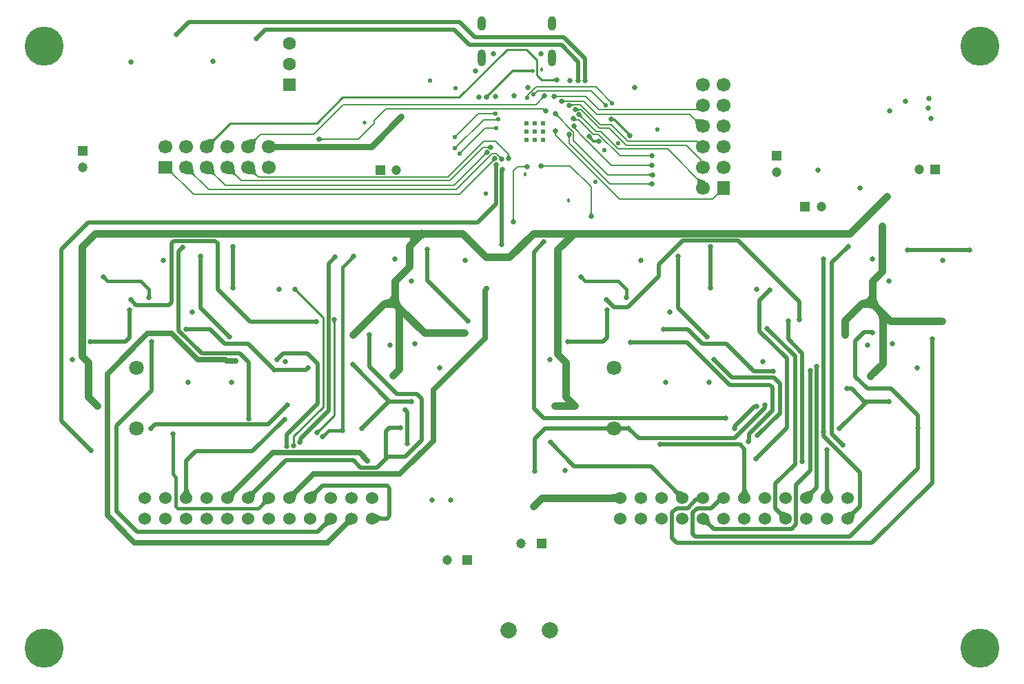
<source format=gbl>
G04*
G04 #@! TF.GenerationSoftware,Altium Limited,Altium Designer,24.8.2 (39)*
G04*
G04 Layer_Physical_Order=4*
G04 Layer_Color=16711680*
%FSLAX25Y25*%
%MOIN*%
G70*
G04*
G04 #@! TF.SameCoordinates,EEE2A11A-5DF4-4F78-A986-74189AFA003E*
G04*
G04*
G04 #@! TF.FilePolarity,Positive*
G04*
G01*
G75*
%ADD12C,0.01000*%
%ADD16C,0.02500*%
%ADD18C,0.00800*%
%ADD110C,0.03500*%
%ADD111C,0.02000*%
%ADD113C,0.03000*%
%ADD114C,0.01200*%
%ADD115C,0.00700*%
%ADD117C,0.01500*%
%ADD121R,0.04724X0.04724*%
%ADD122C,0.04724*%
%ADD123R,0.04724X0.04724*%
%ADD124C,0.18898*%
%ADD125C,0.07087*%
%ADD126O,0.03937X0.08268*%
%ADD127C,0.02559*%
%ADD128O,0.03937X0.07087*%
%ADD129R,0.06299X0.06299*%
%ADD130C,0.06299*%
%ADD131C,0.07874*%
%ADD132C,0.06000*%
%ADD133R,0.06693X0.06299*%
%ADD134C,0.06693*%
%ADD135R,0.06299X0.06693*%
%ADD136C,0.02500*%
%ADD137C,0.02100*%
%ADD138C,0.02400*%
%ADD139C,0.02000*%
%ADD140C,0.01800*%
G36*
X89583Y97148D02*
X89594Y96870D01*
X89627Y96598D01*
X89682Y96333D01*
X89759Y96075D01*
X89858Y95823D01*
X89979Y95577D01*
X90122Y95339D01*
X90287Y95107D01*
X90474Y94881D01*
X90683Y94662D01*
X86483D01*
X86692Y94881D01*
X86879Y95107D01*
X87044Y95339D01*
X87187Y95577D01*
X87308Y95823D01*
X87407Y96075D01*
X87484Y96333D01*
X87539Y96598D01*
X87572Y96870D01*
X87583Y97148D01*
X89583D01*
D02*
G37*
G36*
X112668Y94837D02*
X112459Y94617D01*
X112273Y94394D01*
X112109Y94170D01*
X111968Y93944D01*
X111848Y93717D01*
X111750Y93487D01*
X111675Y93255D01*
X111622Y93022D01*
X111591Y92787D01*
X111583Y92550D01*
X108613Y95520D01*
X108850Y95528D01*
X109085Y95559D01*
X109318Y95612D01*
X109550Y95688D01*
X109780Y95785D01*
X110007Y95904D01*
X110233Y96046D01*
X110457Y96210D01*
X110680Y96396D01*
X110900Y96605D01*
X112668Y94837D01*
D02*
G37*
G36*
X122563Y95085D02*
X122374Y94881D01*
X122205Y94665D01*
X122056Y94439D01*
X121928Y94202D01*
X121820Y93954D01*
X121732Y93695D01*
X121664Y93425D01*
X121617Y93144D01*
X121590Y92852D01*
X121582Y92550D01*
X118613Y95520D01*
X118915Y95527D01*
X119207Y95554D01*
X119488Y95601D01*
X119758Y95669D01*
X120017Y95757D01*
X120265Y95865D01*
X120502Y95993D01*
X120728Y96142D01*
X120944Y96311D01*
X121148Y96500D01*
X122563Y95085D01*
D02*
G37*
G36*
X124726Y89723D02*
X124892Y89909D01*
X125040Y90114D01*
X125171Y90340D01*
X125283Y90586D01*
X125378Y90853D01*
X125455Y91140D01*
X125514Y91447D01*
X125555Y91774D01*
X125578Y92122D01*
X125583Y92490D01*
X128553Y89520D01*
X128185Y89515D01*
X127510Y89451D01*
X127203Y89392D01*
X126916Y89315D01*
X126649Y89220D01*
X126403Y89108D01*
X126177Y88977D01*
X125972Y88829D01*
X125786Y88663D01*
X124726Y89723D01*
D02*
G37*
G36*
X142668Y94837D02*
X142459Y94617D01*
X142273Y94394D01*
X142109Y94170D01*
X141967Y93944D01*
X141848Y93717D01*
X141751Y93487D01*
X141675Y93255D01*
X141622Y93022D01*
X141591Y92787D01*
X141583Y92550D01*
X138613Y95520D01*
X138850Y95528D01*
X139085Y95559D01*
X139318Y95612D01*
X139550Y95688D01*
X139780Y95785D01*
X140007Y95904D01*
X140233Y96046D01*
X140457Y96210D01*
X140680Y96396D01*
X140900Y96605D01*
X142668Y94837D01*
D02*
G37*
G36*
X81333Y121770D02*
X81331Y121911D01*
X81301Y122351D01*
X81288Y122431D01*
X81271Y122498D01*
X81253Y122554D01*
X81231Y122596D01*
X81208Y122627D01*
X82958D01*
X82934Y122596D01*
X82913Y122554D01*
X82894Y122498D01*
X82878Y122431D01*
X82864Y122351D01*
X82844Y122155D01*
X82834Y121911D01*
X82833Y121770D01*
X81333D01*
D02*
G37*
G36*
X71333Y191270D02*
X71334Y191129D01*
X71364Y190688D01*
X71378Y190608D01*
X71394Y190541D01*
X71413Y190486D01*
X71434Y190443D01*
X71458Y190412D01*
X69708D01*
X69731Y190443D01*
X69753Y190486D01*
X69771Y190541D01*
X69788Y190608D01*
X69801Y190688D01*
X69821Y190884D01*
X69831Y191129D01*
X69833Y191270D01*
X71333D01*
D02*
G37*
G36*
X49290Y197752D02*
X49189Y197851D01*
X48856Y198141D01*
X48790Y198188D01*
X48731Y198224D01*
X48679Y198250D01*
X48634Y198265D01*
X48595Y198270D01*
X49833Y199507D01*
X49837Y199469D01*
X49853Y199423D01*
X49878Y199371D01*
X49915Y199312D01*
X49961Y199246D01*
X50086Y199093D01*
X50252Y198913D01*
X50350Y198813D01*
X49290Y197752D01*
D02*
G37*
G36*
X141083Y119515D02*
X141086Y119391D01*
X141098Y119272D01*
X141116Y119158D01*
X141143Y119050D01*
X141176Y118947D01*
X141218Y118849D01*
X141266Y118757D01*
X141323Y118670D01*
X141386Y118589D01*
X141458Y118512D01*
X139708D01*
X139779Y118589D01*
X139843Y118670D01*
X139899Y118757D01*
X139948Y118849D01*
X139989Y118947D01*
X140023Y119050D01*
X140049Y119158D01*
X140068Y119272D01*
X140079Y119391D01*
X140083Y119515D01*
X141083D01*
D02*
G37*
G36*
X142070Y191726D02*
X141979Y191811D01*
X141887Y191887D01*
X141793Y191954D01*
X141698Y192012D01*
X141601Y192061D01*
X141503Y192101D01*
X141403Y192132D01*
X141302Y192154D01*
X141199Y192166D01*
X141095Y192170D01*
X142333Y193407D01*
X142336Y193303D01*
X142349Y193200D01*
X142370Y193099D01*
X142401Y192999D01*
X142441Y192901D01*
X142490Y192804D01*
X142548Y192709D01*
X142615Y192616D01*
X142691Y192523D01*
X142777Y192433D01*
X142070Y191726D01*
D02*
G37*
G36*
X154670Y79821D02*
X154860Y80028D01*
X155028Y80244D01*
X155175Y80471D01*
X155299Y80708D01*
X155402Y80955D01*
X155483Y81213D01*
X155542Y81481D01*
X155579Y81760D01*
X155594Y82049D01*
X155588Y82348D01*
X158694Y79522D01*
X158389Y79501D01*
X158096Y79461D01*
X157813Y79404D01*
X157543Y79327D01*
X157283Y79232D01*
X157035Y79118D01*
X156798Y78986D01*
X156572Y78835D01*
X156358Y78666D01*
X156155Y78478D01*
X154670Y79821D01*
D02*
G37*
G36*
X164498Y80202D02*
X164706Y80423D01*
X164892Y80645D01*
X165056Y80869D01*
X165198Y81095D01*
X165317Y81323D01*
X165415Y81552D01*
X165490Y81784D01*
X165543Y82017D01*
X165574Y82253D01*
X165583Y82490D01*
X168553Y79520D01*
X168316Y79511D01*
X168080Y79480D01*
X167847Y79427D01*
X167615Y79352D01*
X167386Y79255D01*
X167158Y79135D01*
X166932Y78993D01*
X166708Y78829D01*
X166486Y78643D01*
X166265Y78435D01*
X164498Y80202D01*
D02*
G37*
G36*
X183211Y81520D02*
X182933Y81509D01*
X182661Y81476D01*
X182396Y81421D01*
X182138Y81344D01*
X181886Y81245D01*
X181640Y81124D01*
X181402Y80981D01*
X181170Y80816D01*
X180944Y80629D01*
X180725Y80420D01*
Y84620D01*
X180944Y84411D01*
X181170Y84224D01*
X181402Y84059D01*
X181640Y83916D01*
X181886Y83795D01*
X182138Y83696D01*
X182396Y83619D01*
X182661Y83564D01*
X182933Y83531D01*
X183211Y83520D01*
Y81520D01*
D02*
G37*
G36*
X152563Y95085D02*
X152374Y94881D01*
X152205Y94665D01*
X152056Y94439D01*
X151928Y94202D01*
X151820Y93954D01*
X151732Y93695D01*
X151664Y93425D01*
X151617Y93144D01*
X151590Y92852D01*
X151583Y92550D01*
X148613Y95520D01*
X148915Y95527D01*
X149207Y95554D01*
X149488Y95601D01*
X149758Y95669D01*
X150017Y95757D01*
X150265Y95865D01*
X150502Y95993D01*
X150728Y96142D01*
X150944Y96311D01*
X151148Y96500D01*
X152563Y95085D01*
D02*
G37*
G36*
X156351Y122727D02*
X156252Y122626D01*
X155961Y122293D01*
X155915Y122227D01*
X155878Y122168D01*
X155853Y122116D01*
X155838Y122071D01*
X155833Y122032D01*
X154595Y123270D01*
X154634Y123275D01*
X154679Y123290D01*
X154731Y123316D01*
X154790Y123352D01*
X154856Y123398D01*
X155009Y123523D01*
X155189Y123689D01*
X155290Y123787D01*
X156351Y122727D01*
D02*
G37*
G36*
X153359Y124924D02*
X153274Y124834D01*
X153198Y124741D01*
X153131Y124648D01*
X153073Y124553D01*
X153024Y124456D01*
X152984Y124358D01*
X152953Y124258D01*
X152932Y124157D01*
X152919Y124054D01*
X152916Y123950D01*
X151678Y125187D01*
X151782Y125191D01*
X151885Y125203D01*
X151986Y125225D01*
X152086Y125256D01*
X152184Y125296D01*
X152281Y125345D01*
X152376Y125403D01*
X152470Y125470D01*
X152562Y125546D01*
X152652Y125631D01*
X153359Y124924D01*
D02*
G37*
G36*
X162333Y125770D02*
X162473Y125771D01*
X162914Y125801D01*
X162994Y125815D01*
X163061Y125831D01*
X163117Y125850D01*
X163159Y125871D01*
X163190Y125895D01*
Y124145D01*
X163159Y124168D01*
X163117Y124190D01*
X163061Y124208D01*
X162994Y124225D01*
X162914Y124238D01*
X162718Y124258D01*
X162473Y124268D01*
X162333Y124270D01*
Y125770D01*
D02*
G37*
G36*
X164833Y126770D02*
X164834Y126629D01*
X164864Y126188D01*
X164878Y126108D01*
X164894Y126041D01*
X164913Y125986D01*
X164934Y125943D01*
X164958Y125912D01*
X163208D01*
X163231Y125943D01*
X163253Y125986D01*
X163271Y126041D01*
X163288Y126108D01*
X163301Y126188D01*
X163321Y126384D01*
X163331Y126629D01*
X163333Y126770D01*
X164833D01*
D02*
G37*
G36*
X159633Y176863D02*
X159629Y176988D01*
X159618Y177106D01*
X159599Y177220D01*
X159573Y177329D01*
X159539Y177431D01*
X159498Y177529D01*
X159449Y177621D01*
X159393Y177708D01*
X159329Y177790D01*
X159258Y177866D01*
X161008Y177866D01*
X160936Y177790D01*
X160873Y177708D01*
X160816Y177621D01*
X160768Y177529D01*
X160726Y177431D01*
X160693Y177329D01*
X160666Y177220D01*
X160648Y177106D01*
X160636Y176988D01*
X160633Y176863D01*
X159633Y176863D01*
D02*
G37*
G36*
X187833Y191770D02*
X187798Y191105D01*
X187693Y190510D01*
X187518Y189985D01*
X187273Y189530D01*
X186958Y189145D01*
X186573Y188830D01*
X186118Y188585D01*
X185593Y188410D01*
X184998Y188305D01*
X184333Y188270D01*
X185358Y184770D01*
X186038Y184755D01*
X187277Y184636D01*
X187836Y184532D01*
X188355Y184398D01*
X188833Y184234D01*
X189272Y184041D01*
X189670Y183818D01*
X190028Y183565D01*
X190345Y183282D01*
X192820Y185757D01*
X192537Y186075D01*
X192285Y186433D01*
X192061Y186831D01*
X191868Y187269D01*
X191704Y187748D01*
X191571Y188267D01*
X191467Y188826D01*
X191392Y189425D01*
X191348Y190065D01*
X191333Y190745D01*
X187833Y191770D01*
D02*
G37*
G36*
X235530Y287231D02*
X235438Y287136D01*
X235284Y286950D01*
X235221Y286860D01*
X235168Y286772D01*
X235125Y286686D01*
X235091Y286602D01*
X235068Y286521D01*
X235054Y286440D01*
X235050Y286363D01*
X233812Y287600D01*
X233891Y287604D01*
X233970Y287618D01*
X234052Y287642D01*
X234136Y287675D01*
X234222Y287718D01*
X234310Y287771D01*
X234400Y287834D01*
X234492Y287906D01*
X234682Y288080D01*
X235530Y287231D01*
D02*
G37*
G36*
X237450Y277900D02*
X237404Y277941D01*
X237353Y277979D01*
X237297Y278012D01*
X237236Y278041D01*
X237170Y278065D01*
X237098Y278084D01*
X237022Y278100D01*
X236940Y278111D01*
X236853Y278117D01*
X236761Y278120D01*
Y278920D01*
X236853Y278922D01*
X237022Y278940D01*
X237098Y278955D01*
X237170Y278975D01*
X237236Y278999D01*
X237297Y279028D01*
X237353Y279061D01*
X237404Y279098D01*
X237450Y279140D01*
Y277900D01*
D02*
G37*
G36*
X219500Y267671D02*
X219437Y267605D01*
X219330Y267473D01*
X219286Y267408D01*
X219250Y267343D01*
X219220Y267279D01*
X219197Y267216D01*
X219181Y267153D01*
X219171Y267091D01*
X219168Y267028D01*
X218291Y267905D01*
X218353Y267908D01*
X218416Y267918D01*
X218479Y267934D01*
X218542Y267957D01*
X218606Y267987D01*
X218671Y268023D01*
X218736Y268067D01*
X218802Y268117D01*
X218868Y268174D01*
X218934Y268237D01*
X219500Y267671D01*
D02*
G37*
G36*
X153819Y266780D02*
X153915Y266699D01*
X154014Y266628D01*
X154115Y266566D01*
X154218Y266514D01*
X154323Y266471D01*
X154431Y266438D01*
X154540Y266414D01*
X154652Y266400D01*
X154766Y266395D01*
Y265595D01*
X154652Y265591D01*
X154540Y265576D01*
X154431Y265553D01*
X154323Y265519D01*
X154218Y265477D01*
X154115Y265424D01*
X154014Y265363D01*
X153915Y265291D01*
X153819Y265211D01*
X153725Y265120D01*
Y266870D01*
X153819Y266780D01*
D02*
G37*
G36*
X122635Y266006D02*
X122496Y265840D01*
X122372Y265633D01*
X122263Y265387D01*
X122170Y265102D01*
X122092Y264776D01*
X122029Y264411D01*
X121981Y264006D01*
X121931Y263077D01*
X121929Y262553D01*
X118616Y265866D01*
X119140Y265868D01*
X120474Y265966D01*
X120839Y266029D01*
X121165Y266107D01*
X121450Y266200D01*
X121696Y266309D01*
X121903Y266433D01*
X122069Y266572D01*
X122635Y266006D01*
D02*
G37*
G36*
X102696Y265926D02*
X102545Y265749D01*
X102411Y265537D01*
X102294Y265289D01*
X102193Y265006D01*
X102108Y264686D01*
X102039Y264331D01*
X101987Y263940D01*
X101932Y263051D01*
X101929Y262553D01*
X98616Y265866D01*
X99114Y265869D01*
X100003Y265924D01*
X100394Y265976D01*
X100749Y266045D01*
X101069Y266130D01*
X101352Y266231D01*
X101600Y266349D01*
X101812Y266482D01*
X101989Y266633D01*
X102696Y265926D01*
D02*
G37*
G36*
X219700Y262271D02*
X219637Y262205D01*
X219530Y262073D01*
X219486Y262008D01*
X219450Y261943D01*
X219420Y261879D01*
X219397Y261816D01*
X219381Y261753D01*
X219371Y261690D01*
X219369Y261629D01*
X218492Y262506D01*
X218553Y262508D01*
X218616Y262518D01*
X218679Y262534D01*
X218742Y262557D01*
X218806Y262587D01*
X218871Y262623D01*
X218936Y262667D01*
X219002Y262717D01*
X219068Y262774D01*
X219134Y262837D01*
X219700Y262271D01*
D02*
G37*
G36*
X234984Y261211D02*
X234885Y261298D01*
X234785Y261376D01*
X234682Y261445D01*
X234579Y261505D01*
X234473Y261555D01*
X234366Y261596D01*
X234258Y261628D01*
X234148Y261651D01*
X234036Y261665D01*
X233923Y261670D01*
X233886Y262470D01*
X234001Y262475D01*
X234113Y262489D01*
X234222Y262514D01*
X234329Y262548D01*
X234432Y262592D01*
X234533Y262646D01*
X234631Y262710D01*
X234726Y262783D01*
X234818Y262866D01*
X234907Y262960D01*
X234984Y261211D01*
D02*
G37*
G36*
X233941Y258540D02*
X233810Y258537D01*
X233685Y258526D01*
X233565Y258507D01*
X233450Y258479D01*
X233340Y258443D01*
X233235Y258399D01*
X233136Y258347D01*
X233041Y258286D01*
X232952Y258217D01*
X232868Y258139D01*
X232302Y258705D01*
X232380Y258789D01*
X232449Y258878D01*
X232510Y258973D01*
X232562Y259072D01*
X232606Y259177D01*
X232642Y259287D01*
X232670Y259402D01*
X232689Y259522D01*
X232700Y259647D01*
X232703Y259778D01*
X233941Y258540D01*
D02*
G37*
G36*
X244787Y258440D02*
X244802Y258328D01*
X244825Y258218D01*
X244859Y258111D01*
X244901Y258006D01*
X244954Y257903D01*
X245015Y257802D01*
X245087Y257703D01*
X245167Y257607D01*
X245258Y257512D01*
X243508D01*
X243598Y257607D01*
X243679Y257703D01*
X243750Y257802D01*
X243812Y257903D01*
X243864Y258006D01*
X243907Y258111D01*
X243940Y258218D01*
X243964Y258328D01*
X243978Y258440D01*
X243983Y258554D01*
X244783D01*
X244787Y258440D01*
D02*
G37*
G36*
X240182Y257893D02*
X240271Y257824D01*
X240365Y257763D01*
X240465Y257711D01*
X240569Y257666D01*
X240679Y257630D01*
X240794Y257603D01*
X240914Y257583D01*
X241040Y257572D01*
X241170Y257570D01*
X239933Y256332D01*
X239930Y256463D01*
X239919Y256588D01*
X239899Y256708D01*
X239872Y256823D01*
X239836Y256933D01*
X239792Y257037D01*
X239739Y257137D01*
X239679Y257231D01*
X239609Y257321D01*
X239532Y257405D01*
X240098Y257970D01*
X240182Y257893D01*
D02*
G37*
G36*
X237851Y255322D02*
X237719Y255311D01*
X237593Y255292D01*
X237472Y255267D01*
X237356Y255234D01*
X237246Y255193D01*
X237141Y255146D01*
X237042Y255091D01*
X236948Y255029D01*
X236860Y254960D01*
X236777Y254883D01*
X236172Y255410D01*
X236250Y255495D01*
X236319Y255585D01*
X236379Y255679D01*
X236429Y255779D01*
X236470Y255883D01*
X236502Y255992D01*
X236524Y256106D01*
X236537Y256224D01*
X236541Y256348D01*
X236536Y256476D01*
X237851Y255322D01*
D02*
G37*
G36*
X252707Y251825D02*
X252613Y251915D01*
X252517Y251996D01*
X252418Y252067D01*
X252317Y252129D01*
X252214Y252181D01*
X252109Y252224D01*
X252001Y252257D01*
X251892Y252281D01*
X251780Y252295D01*
X251666Y252300D01*
Y253100D01*
X251780Y253105D01*
X251892Y253119D01*
X252001Y253143D01*
X252109Y253176D01*
X252214Y253219D01*
X252317Y253271D01*
X252418Y253333D01*
X252517Y253404D01*
X252613Y253485D01*
X252707Y253575D01*
Y251825D01*
D02*
G37*
G36*
X81872Y250451D02*
X81849Y250378D01*
Y250293D01*
X81872Y250197D01*
X81917Y250089D01*
X81985Y249970D01*
X82076Y249840D01*
X82189Y249699D01*
X82483Y249382D01*
X81917Y248816D01*
X81753Y248975D01*
X81459Y249224D01*
X81329Y249314D01*
X81210Y249382D01*
X81103Y249427D01*
X81006Y249450D01*
X80922D01*
X80848Y249427D01*
X80786Y249382D01*
X81917Y250514D01*
X81872Y250451D01*
D02*
G37*
G36*
X121931Y251962D02*
X122029Y250628D01*
X122092Y250263D01*
X122170Y249938D01*
X122263Y249652D01*
X122372Y249406D01*
X122496Y249200D01*
X122635Y249033D01*
X122069Y248468D01*
X121903Y248607D01*
X121696Y248730D01*
X121450Y248839D01*
X121165Y248932D01*
X120839Y249011D01*
X120474Y249074D01*
X120069Y249121D01*
X119140Y249171D01*
X118616Y249173D01*
X121929Y252486D01*
X121931Y251962D01*
D02*
G37*
G36*
X111931D02*
X112029Y250628D01*
X112092Y250263D01*
X112170Y249938D01*
X112263Y249652D01*
X112372Y249406D01*
X112496Y249200D01*
X112635Y249033D01*
X112069Y248468D01*
X111902Y248607D01*
X111696Y248730D01*
X111450Y248839D01*
X111165Y248932D01*
X110839Y249011D01*
X110474Y249074D01*
X110069Y249121D01*
X109140Y249171D01*
X108616Y249173D01*
X111929Y252486D01*
X111931Y251962D01*
D02*
G37*
G36*
X101931D02*
X102029Y250628D01*
X102092Y250263D01*
X102170Y249938D01*
X102263Y249652D01*
X102372Y249406D01*
X102496Y249200D01*
X102635Y249033D01*
X102069Y248468D01*
X101902Y248607D01*
X101696Y248730D01*
X101450Y248839D01*
X101165Y248932D01*
X100839Y249011D01*
X100474Y249074D01*
X100069Y249121D01*
X99140Y249171D01*
X98616Y249173D01*
X101929Y252486D01*
X101931Y251962D01*
D02*
G37*
G36*
X91931D02*
X92029Y250628D01*
X92092Y250263D01*
X92170Y249938D01*
X92263Y249652D01*
X92372Y249406D01*
X92496Y249200D01*
X92635Y249033D01*
X92069Y248468D01*
X91903Y248607D01*
X91696Y248730D01*
X91450Y248839D01*
X91165Y248932D01*
X90839Y249011D01*
X90474Y249074D01*
X90069Y249121D01*
X89140Y249171D01*
X88616Y249173D01*
X91929Y252486D01*
X91931Y251962D01*
D02*
G37*
G36*
X247105Y227720D02*
X247119Y227608D01*
X247143Y227499D01*
X247176Y227391D01*
X247219Y227286D01*
X247271Y227183D01*
X247333Y227082D01*
X247404Y226983D01*
X247485Y226887D01*
X247575Y226793D01*
X245825D01*
X245915Y226887D01*
X245996Y226983D01*
X246067Y227082D01*
X246129Y227183D01*
X246181Y227286D01*
X246224Y227391D01*
X246257Y227499D01*
X246281Y227608D01*
X246295Y227720D01*
X246300Y227834D01*
X247100D01*
X247105Y227720D01*
D02*
G37*
G36*
X206807Y218770D02*
X206118Y218745D01*
X205449Y218671D01*
X204800Y218547D01*
X204172Y218374D01*
X203564Y218151D01*
X202977Y217879D01*
X202410Y217557D01*
X201864Y217186D01*
X201338Y216765D01*
X200833Y216295D01*
X195883D01*
X196318Y216765D01*
X196634Y217186D01*
X196830Y217557D01*
X196907Y217879D01*
X196864Y218151D01*
X196702Y218374D01*
X196420Y218547D01*
X196019Y218671D01*
X195498Y218745D01*
X194858Y218770D01*
X202583Y222270D01*
X206807Y218770D01*
D02*
G37*
G36*
X169570Y208270D02*
X169532Y208265D01*
X169486Y208250D01*
X169434Y208224D01*
X169375Y208188D01*
X169309Y208141D01*
X169156Y208017D01*
X168976Y207851D01*
X168876Y207752D01*
X167815Y208813D01*
X167914Y208913D01*
X168204Y209246D01*
X168251Y209312D01*
X168287Y209371D01*
X168313Y209423D01*
X168328Y209469D01*
X168333Y209507D01*
X169570Y208270D01*
D02*
G37*
G36*
X255286Y298300D02*
X255261Y298319D01*
X255227Y298336D01*
X255183Y298351D01*
X255129Y298364D01*
X255065Y298375D01*
X254909Y298391D01*
X254713Y298399D01*
X254600Y298400D01*
Y299600D01*
X254713Y299601D01*
X255065Y299625D01*
X255129Y299636D01*
X255183Y299649D01*
X255227Y299664D01*
X255261Y299681D01*
X255286Y299700D01*
Y298300D01*
D02*
G37*
G36*
X266990Y293823D02*
X266914Y293894D01*
X266832Y293957D01*
X266745Y294014D01*
X266653Y294062D01*
X266556Y294104D01*
X266453Y294138D01*
X266344Y294164D01*
X266231Y294182D01*
X266111Y294194D01*
X265987Y294198D01*
Y295198D01*
X266111Y295201D01*
X266231Y295213D01*
X266344Y295231D01*
X266453Y295257D01*
X266556Y295291D01*
X266653Y295333D01*
X266745Y295381D01*
X266832Y295438D01*
X266914Y295501D01*
X266990Y295572D01*
Y293823D01*
D02*
G37*
G36*
X257800Y288242D02*
X257740Y288178D01*
X257686Y288113D01*
X257639Y288047D01*
X257598Y287979D01*
X257563Y287910D01*
X257535Y287840D01*
X257514Y287769D01*
X257498Y287696D01*
X257489Y287622D01*
X257487Y287547D01*
X256610Y288424D01*
X256685Y288426D01*
X256759Y288435D01*
X256832Y288451D01*
X256903Y288472D01*
X256973Y288500D01*
X257042Y288535D01*
X257109Y288576D01*
X257176Y288623D01*
X257241Y288677D01*
X257305Y288737D01*
X257800Y288242D01*
D02*
G37*
G36*
X267270Y287504D02*
X267366Y287424D01*
X267465Y287352D01*
X267565Y287291D01*
X267669Y287238D01*
X267774Y287196D01*
X267881Y287162D01*
X267991Y287139D01*
X268103Y287124D01*
X268217Y287120D01*
Y286320D01*
X268103Y286315D01*
X267991Y286301D01*
X267881Y286277D01*
X267774Y286244D01*
X267669Y286201D01*
X267565Y286149D01*
X267465Y286087D01*
X267366Y286016D01*
X267270Y285935D01*
X267175Y285845D01*
Y287595D01*
X267270Y287504D01*
D02*
G37*
G36*
X261770Y285670D02*
X261640Y285667D01*
X261514Y285656D01*
X261394Y285636D01*
X261279Y285609D01*
X261170Y285573D01*
X261065Y285529D01*
X260965Y285476D01*
X260871Y285416D01*
X260782Y285346D01*
X260698Y285269D01*
X260132Y285835D01*
X260209Y285919D01*
X260279Y286008D01*
X260339Y286102D01*
X260392Y286202D01*
X260436Y286307D01*
X260472Y286416D01*
X260500Y286531D01*
X260519Y286651D01*
X260530Y286777D01*
X260533Y286907D01*
X261770Y285670D01*
D02*
G37*
G36*
X293943Y284658D02*
X294008Y284605D01*
X294075Y284557D01*
X294142Y284516D01*
X294211Y284482D01*
X294281Y284454D01*
X294352Y284432D01*
X294425Y284417D01*
X294499Y284408D01*
X294574Y284405D01*
X293697Y283528D01*
X293694Y283604D01*
X293686Y283677D01*
X293670Y283750D01*
X293649Y283821D01*
X293621Y283891D01*
X293586Y283960D01*
X293545Y284028D01*
X293498Y284094D01*
X293444Y284159D01*
X293384Y284223D01*
X293879Y284718D01*
X293943Y284658D01*
D02*
G37*
G36*
X270834Y285149D02*
X271055Y285019D01*
X271166Y284966D01*
X271276Y284921D01*
X271387Y284885D01*
X271497Y284856D01*
X271608Y284836D01*
X271719Y284824D01*
X271829Y284820D01*
X271967Y284020D01*
X271850Y284015D01*
X271738Y283999D01*
X271630Y283973D01*
X271527Y283936D01*
X271428Y283890D01*
X271334Y283832D01*
X271245Y283764D01*
X271160Y283686D01*
X271080Y283598D01*
X271004Y283499D01*
X270724Y285226D01*
X270834Y285149D01*
D02*
G37*
G36*
X290943Y283658D02*
X291008Y283605D01*
X291074Y283557D01*
X291142Y283516D01*
X291211Y283482D01*
X291281Y283454D01*
X291352Y283432D01*
X291425Y283417D01*
X291499Y283408D01*
X291574Y283405D01*
X290697Y282528D01*
X290694Y282604D01*
X290686Y282677D01*
X290670Y282750D01*
X290649Y282821D01*
X290621Y282891D01*
X290586Y282960D01*
X290545Y283028D01*
X290498Y283094D01*
X290444Y283159D01*
X290384Y283223D01*
X290879Y283718D01*
X290943Y283658D01*
D02*
G37*
G36*
X274616Y283250D02*
X274850Y283138D01*
X274965Y283092D01*
X275192Y283021D01*
X275303Y282997D01*
X275413Y282979D01*
X275523Y282969D01*
X275630Y282965D01*
X275860Y282165D01*
X275742Y282160D01*
X275630Y282144D01*
X275524Y282117D01*
X275424Y282079D01*
X275330Y282031D01*
X275242Y281972D01*
X275161Y281902D01*
X275085Y281821D01*
X275015Y281730D01*
X274952Y281627D01*
X274497Y283317D01*
X274616Y283250D01*
D02*
G37*
G36*
X336216Y280154D02*
X336150Y280211D01*
X336082Y280253D01*
X336011Y280279D01*
X335938Y280291D01*
X335862Y280287D01*
X335785Y280267D01*
X335705Y280233D01*
X335622Y280183D01*
X335538Y280117D01*
X335450Y280037D01*
X334885Y280603D01*
X334996Y280719D01*
X335093Y280833D01*
X335175Y280944D01*
X335244Y281052D01*
X335298Y281157D01*
X335337Y281259D01*
X335363Y281359D01*
X335374Y281455D01*
X335371Y281549D01*
X335354Y281639D01*
X336216Y280154D01*
D02*
G37*
G36*
X261601Y280850D02*
X261739Y280730D01*
X261777Y280703D01*
X261811Y280683D01*
X261840Y280670D01*
X261866Y280663D01*
X261887Y280663D01*
X261904Y280669D01*
X261361Y279882D01*
X261359Y279898D01*
X261350Y279920D01*
X261332Y279949D01*
X261306Y279985D01*
X261230Y280076D01*
X261056Y280262D01*
X260981Y280337D01*
X261547Y280903D01*
X261601Y280850D01*
D02*
G37*
G36*
X277908Y281040D02*
X277996Y280955D01*
X278087Y280879D01*
X278182Y280814D01*
X278280Y280759D01*
X278382Y280713D01*
X278487Y280678D01*
X278596Y280653D01*
X278708Y280638D01*
X278823Y280633D01*
X278749Y279833D01*
X278637Y279828D01*
X278525Y279815D01*
X278415Y279793D01*
X278306Y279762D01*
X278197Y279723D01*
X278090Y279674D01*
X277984Y279617D01*
X277878Y279551D01*
X277774Y279476D01*
X277670Y279392D01*
X277824Y281136D01*
X277908Y281040D01*
D02*
G37*
G36*
X268235Y278277D02*
X268247Y278151D01*
X268266Y278031D01*
X268293Y277916D01*
X268329Y277806D01*
X268374Y277702D01*
X268426Y277602D01*
X268487Y277508D01*
X268556Y277419D01*
X268633Y277335D01*
X268068Y276769D01*
X267984Y276846D01*
X267894Y276916D01*
X267800Y276976D01*
X267701Y277029D01*
X267596Y277073D01*
X267486Y277109D01*
X267371Y277136D01*
X267251Y277156D01*
X267126Y277167D01*
X266995Y277170D01*
X268233Y278407D01*
X268235Y278277D01*
D02*
G37*
G36*
X279853Y277757D02*
X279864Y277632D01*
X279883Y277512D01*
X279911Y277397D01*
X279947Y277287D01*
X279991Y277182D01*
X280044Y277083D01*
X280104Y276988D01*
X280173Y276899D01*
X280251Y276815D01*
X279685Y276249D01*
X279601Y276327D01*
X279512Y276396D01*
X279417Y276456D01*
X279318Y276509D01*
X279213Y276553D01*
X279103Y276589D01*
X278988Y276617D01*
X278868Y276636D01*
X278743Y276647D01*
X278612Y276650D01*
X279850Y277888D01*
X279853Y277757D01*
D02*
G37*
G36*
X276925Y276135D02*
X276968Y276044D01*
X277020Y275963D01*
X277083Y275893D01*
X277155Y275834D01*
X277237Y275786D01*
X277329Y275748D01*
X277431Y275722D01*
X277542Y275705D01*
X277663Y275700D01*
X277518Y274900D01*
X277335Y274898D01*
X276688Y274858D01*
X276548Y274840D01*
X276181Y274765D01*
X276076Y274733D01*
X276892Y276237D01*
X276925Y276135D01*
D02*
G37*
G36*
X334818Y275979D02*
X335033Y275853D01*
X335280Y275753D01*
X335560Y275679D01*
X335872Y275633D01*
X336215Y275612D01*
X336592Y275619D01*
X337000Y275652D01*
X337441Y275712D01*
X337913Y275799D01*
X335291Y271916D01*
X335182Y272487D01*
X334629Y274619D01*
X334518Y274900D01*
X334405Y275134D01*
X334293Y275319D01*
X334180Y275457D01*
X334635Y276133D01*
X334818Y275979D01*
D02*
G37*
G36*
X267800Y268944D02*
X267739Y268878D01*
X267685Y268805D01*
X267638Y268724D01*
X267598Y268637D01*
X267566Y268542D01*
X267541Y268440D01*
X267522Y268331D01*
X267512Y268215D01*
X267508Y268092D01*
X266708D01*
X266704Y268215D01*
X266693Y268331D01*
X266675Y268440D01*
X266650Y268542D01*
X266618Y268637D01*
X266578Y268724D01*
X266531Y268805D01*
X266477Y268878D01*
X266416Y268944D01*
X266347Y269003D01*
X267869D01*
X267800Y268944D01*
D02*
G37*
G36*
X302560Y269504D02*
X302831Y269276D01*
X302915Y269217D01*
X302996Y269167D01*
X303074Y269125D01*
X303149Y269092D01*
X303221Y269068D01*
X303290Y269052D01*
X301854Y268052D01*
X301863Y268130D01*
X301861Y268210D01*
X301848Y268292D01*
X301823Y268376D01*
X301787Y268462D01*
X301741Y268550D01*
X301682Y268640D01*
X301613Y268733D01*
X301533Y268827D01*
X301441Y268923D01*
X302464Y269597D01*
X302560Y269504D01*
D02*
G37*
G36*
X274467Y267433D02*
X274387Y267336D01*
X274315Y267238D01*
X274254Y267137D01*
X274201Y267034D01*
X274159Y266929D01*
X274125Y266821D01*
X274102Y266711D01*
X274087Y266599D01*
X274083Y266485D01*
X273283D01*
X273278Y266599D01*
X273264Y266711D01*
X273240Y266821D01*
X273207Y266929D01*
X273164Y267034D01*
X273112Y267137D01*
X273050Y267238D01*
X272979Y267336D01*
X272898Y267433D01*
X272808Y267527D01*
X274558D01*
X274467Y267433D01*
D02*
G37*
G36*
X284555Y267217D02*
X284569Y267137D01*
X284593Y267056D01*
X284627Y266972D01*
X284670Y266886D01*
X284723Y266798D01*
X284786Y266708D01*
X284858Y266617D01*
X285032Y266427D01*
X284190Y265573D01*
X284094Y265664D01*
X283908Y265819D01*
X283818Y265881D01*
X283731Y265934D01*
X283645Y265977D01*
X283560Y266010D01*
X283478Y266033D01*
X283398Y266047D01*
X283320Y266050D01*
X284550Y267295D01*
X284555Y267217D01*
D02*
G37*
G36*
X287151Y264220D02*
X287104Y264283D01*
X287047Y264338D01*
X286981Y264388D01*
X286905Y264430D01*
X286819Y264467D01*
X286725Y264496D01*
X286620Y264519D01*
X286507Y264536D01*
X286383Y264545D01*
X286250Y264549D01*
X286532Y265749D01*
X286666Y265751D01*
X287019Y265779D01*
X287120Y265795D01*
X287212Y265816D01*
X287297Y265840D01*
X287372Y265868D01*
X287440Y265900D01*
X287499Y265935D01*
X287151Y264220D01*
D02*
G37*
G36*
X335796Y265312D02*
X335891Y265237D01*
X335985Y265178D01*
X336077Y265135D01*
X336166Y265108D01*
X336254Y265096D01*
X336340Y265100D01*
X336424Y265120D01*
X336507Y265155D01*
X336587Y265206D01*
X335499Y263819D01*
X335530Y263912D01*
X335546Y264007D01*
X335547Y264103D01*
X335533Y264202D01*
X335504Y264303D01*
X335460Y264406D01*
X335401Y264510D01*
X335327Y264617D01*
X335237Y264726D01*
X335133Y264837D01*
X335699Y265403D01*
X335796Y265312D01*
D02*
G37*
G36*
X337879Y255791D02*
X337051Y255495D01*
X337052Y255501D01*
X337052Y255518D01*
X337055Y256047D01*
X337855D01*
X337879Y255791D01*
D02*
G37*
G36*
X312990Y252545D02*
X312896Y252635D01*
X312799Y252716D01*
X312701Y252787D01*
X312600Y252849D01*
X312497Y252901D01*
X312391Y252944D01*
X312284Y252977D01*
X312174Y253001D01*
X312063Y253015D01*
X311948Y253020D01*
Y253820D01*
X312063Y253824D01*
X312174Y253839D01*
X312284Y253862D01*
X312391Y253896D01*
X312497Y253938D01*
X312600Y253991D01*
X312701Y254052D01*
X312799Y254124D01*
X312896Y254204D01*
X312990Y254295D01*
Y252545D01*
D02*
G37*
G36*
X260962Y253810D02*
X261058Y253729D01*
X261157Y253658D01*
X261258Y253596D01*
X261361Y253544D01*
X261466Y253501D01*
X261573Y253468D01*
X261683Y253444D01*
X261795Y253430D01*
X261909Y253425D01*
Y252625D01*
X261795Y252621D01*
X261683Y252606D01*
X261573Y252583D01*
X261466Y252549D01*
X261361Y252506D01*
X261258Y252454D01*
X261157Y252393D01*
X261058Y252321D01*
X260962Y252240D01*
X260867Y252150D01*
Y253900D01*
X260962Y253810D01*
D02*
G37*
G36*
X313190Y247945D02*
X313096Y248035D01*
X312999Y248116D01*
X312901Y248187D01*
X312800Y248249D01*
X312697Y248301D01*
X312592Y248344D01*
X312484Y248377D01*
X312374Y248401D01*
X312263Y248415D01*
X312148Y248420D01*
Y249220D01*
X312263Y249224D01*
X312374Y249239D01*
X312484Y249262D01*
X312592Y249296D01*
X312697Y249338D01*
X312800Y249391D01*
X312901Y249452D01*
X312999Y249524D01*
X313096Y249604D01*
X313190Y249695D01*
Y247945D01*
D02*
G37*
G36*
X336233Y247051D02*
X336385Y246961D01*
X336595Y246856D01*
X337188Y246599D01*
X339679Y245682D01*
X335443Y243679D01*
X335589Y244105D01*
X335700Y244505D01*
X335777Y244879D01*
X335821Y245227D01*
X335830Y245549D01*
X335806Y245844D01*
X335747Y246113D01*
X335655Y246356D01*
X335528Y246573D01*
X335368Y246764D01*
X336138Y247125D01*
X336233Y247051D01*
D02*
G37*
G36*
X312890Y243445D02*
X312796Y243535D01*
X312699Y243616D01*
X312601Y243687D01*
X312500Y243749D01*
X312397Y243801D01*
X312292Y243844D01*
X312184Y243877D01*
X312074Y243901D01*
X311963Y243915D01*
X311848Y243920D01*
Y244720D01*
X311963Y244724D01*
X312074Y244739D01*
X312184Y244762D01*
X312292Y244796D01*
X312397Y244838D01*
X312500Y244891D01*
X312601Y244952D01*
X312699Y245024D01*
X312796Y245104D01*
X312890Y245195D01*
Y243445D01*
D02*
G37*
G36*
X346380Y239197D02*
X346327Y239250D01*
X346261Y239278D01*
X346182Y239282D01*
X346089Y239261D01*
X345983Y239216D01*
X345863Y239145D01*
X345729Y239051D01*
X345583Y238932D01*
X345248Y238619D01*
X344597Y239099D01*
X344801Y239309D01*
X345257Y239848D01*
X345356Y239997D01*
X345429Y240131D01*
X345476Y240249D01*
X345496Y240353D01*
X345490Y240441D01*
X345457Y240513D01*
X346380Y239197D01*
D02*
G37*
G36*
X284805Y230620D02*
X284819Y230508D01*
X284843Y230399D01*
X284876Y230291D01*
X284919Y230186D01*
X284971Y230083D01*
X285033Y229982D01*
X285104Y229883D01*
X285185Y229787D01*
X285275Y229693D01*
X283525D01*
X283615Y229787D01*
X283696Y229883D01*
X283767Y229982D01*
X283829Y230083D01*
X283881Y230186D01*
X283924Y230291D01*
X283957Y230399D01*
X283981Y230508D01*
X283995Y230620D01*
X284000Y230734D01*
X284800D01*
X284805Y230620D01*
D02*
G37*
G36*
X280837Y199469D02*
X280853Y199423D01*
X280878Y199371D01*
X280915Y199312D01*
X280961Y199246D01*
X281086Y199093D01*
X281252Y198913D01*
X281350Y198813D01*
X280290Y197752D01*
X280189Y197851D01*
X279856Y198141D01*
X279790Y198188D01*
X279731Y198224D01*
X279679Y198250D01*
X279634Y198265D01*
X279595Y198270D01*
X280833Y199507D01*
X280837Y199469D01*
D02*
G37*
G36*
X302334Y191129D02*
X302364Y190688D01*
X302378Y190608D01*
X302394Y190541D01*
X302413Y190486D01*
X302434Y190443D01*
X302458Y190412D01*
X300708D01*
X300731Y190443D01*
X300753Y190486D01*
X300771Y190541D01*
X300788Y190608D01*
X300801Y190688D01*
X300821Y190884D01*
X300831Y191129D01*
X300833Y191270D01*
X302333D01*
X302334Y191129D01*
D02*
G37*
G36*
X422333Y190745D02*
X422357Y190055D01*
X422432Y189386D01*
X422555Y188737D01*
X422729Y188109D01*
X422951Y187501D01*
X423224Y186914D01*
X423545Y186347D01*
X423917Y185801D01*
X424337Y185275D01*
X424808Y184770D01*
X423223Y183185D01*
X426720Y182857D01*
X427845Y176782D01*
X427729Y176864D01*
X427625Y176863D01*
X427533Y176780D01*
X427453Y176614D01*
X427386Y176367D01*
X427331Y176037D01*
X427239Y174554D01*
X427233Y173895D01*
X423733Y177395D01*
X423708Y178085D01*
X423634Y178754D01*
X423510Y179402D01*
X423337Y180031D01*
X423114Y180639D01*
X422842Y181226D01*
X422520Y181792D01*
X422149Y182339D01*
X421772Y182809D01*
X421302Y183186D01*
X420755Y183557D01*
X420189Y183879D01*
X419601Y184151D01*
X418994Y184374D01*
X418365Y184547D01*
X417717Y184671D01*
X417048Y184745D01*
X416358Y184770D01*
X415333Y188270D01*
X415998Y188305D01*
X416593Y188410D01*
X417118Y188585D01*
X417573Y188830D01*
X417958Y189145D01*
X418273Y189530D01*
X418518Y189985D01*
X418693Y190510D01*
X418798Y191105D01*
X418833Y191770D01*
X422333Y190745D01*
D02*
G37*
G36*
X399594Y96870D02*
X399627Y96598D01*
X399682Y96333D01*
X399759Y96075D01*
X399858Y95823D01*
X399979Y95577D01*
X400122Y95339D01*
X400287Y95107D01*
X400474Y94881D01*
X400683Y94662D01*
X396483D01*
X396692Y94881D01*
X396879Y95107D01*
X397044Y95339D01*
X397187Y95577D01*
X397308Y95823D01*
X397407Y96075D01*
X397484Y96333D01*
X397539Y96598D01*
X397572Y96870D01*
X397583Y97148D01*
X399583D01*
X399594Y96870D01*
D02*
G37*
G36*
X359594D02*
X359627Y96598D01*
X359682Y96333D01*
X359759Y96075D01*
X359858Y95823D01*
X359979Y95577D01*
X360122Y95339D01*
X360287Y95107D01*
X360474Y94881D01*
X360683Y94662D01*
X356483D01*
X356692Y94881D01*
X356879Y95107D01*
X357044Y95339D01*
X357187Y95577D01*
X357308Y95823D01*
X357407Y96075D01*
X357484Y96333D01*
X357539Y96598D01*
X357572Y96870D01*
X357583Y97148D01*
X359583D01*
X359594Y96870D01*
D02*
G37*
G36*
X392563Y95085D02*
X392374Y94881D01*
X392205Y94665D01*
X392056Y94439D01*
X391928Y94202D01*
X391820Y93954D01*
X391732Y93695D01*
X391664Y93425D01*
X391617Y93144D01*
X391590Y92852D01*
X391582Y92550D01*
X388613Y95520D01*
X388915Y95527D01*
X389207Y95554D01*
X389488Y95601D01*
X389758Y95669D01*
X390017Y95757D01*
X390265Y95865D01*
X390502Y95993D01*
X390728Y96142D01*
X390944Y96311D01*
X391148Y96500D01*
X392563Y95085D01*
D02*
G37*
G36*
X326221Y96311D02*
X326437Y96142D01*
X326663Y95993D01*
X326901Y95865D01*
X327149Y95757D01*
X327408Y95669D01*
X327678Y95601D01*
X327958Y95554D01*
X328250Y95527D01*
X328553Y95520D01*
X325583Y92550D01*
X325576Y92852D01*
X325549Y93144D01*
X325501Y93425D01*
X325433Y93695D01*
X325345Y93954D01*
X325237Y94202D01*
X325109Y94439D01*
X324960Y94665D01*
X324792Y94881D01*
X324603Y95085D01*
X326017Y96500D01*
X326221Y96311D01*
D02*
G37*
G36*
X296440Y90420D02*
X296358Y90486D01*
X296247Y90546D01*
X296108Y90598D01*
X295940Y90644D01*
X295745Y90682D01*
X295522Y90714D01*
X294990Y90756D01*
X294346Y90770D01*
Y94270D01*
X294682Y94273D01*
X295745Y94357D01*
X295940Y94396D01*
X296108Y94441D01*
X296247Y94494D01*
X296358Y94553D01*
X296440Y94620D01*
Y90420D01*
D02*
G37*
G36*
X412563Y85085D02*
X412374Y84881D01*
X412205Y84665D01*
X412056Y84439D01*
X411928Y84202D01*
X411820Y83954D01*
X411732Y83695D01*
X411664Y83425D01*
X411617Y83144D01*
X411590Y82852D01*
X411583Y82550D01*
X408613Y85519D01*
X408915Y85527D01*
X409207Y85554D01*
X409488Y85601D01*
X409758Y85669D01*
X410017Y85757D01*
X410265Y85865D01*
X410502Y85993D01*
X410728Y86142D01*
X410944Y86311D01*
X411148Y86500D01*
X412563Y85085D01*
D02*
G37*
G36*
X376221Y86311D02*
X376437Y86142D01*
X376663Y85993D01*
X376901Y85865D01*
X377149Y85757D01*
X377408Y85669D01*
X377678Y85601D01*
X377958Y85554D01*
X378250Y85527D01*
X378553Y85519D01*
X375583Y82550D01*
X375576Y82852D01*
X375549Y83144D01*
X375501Y83425D01*
X375433Y83695D01*
X375345Y83954D01*
X375237Y84202D01*
X375109Y84439D01*
X374960Y84665D01*
X374792Y84881D01*
X374603Y85085D01*
X376017Y86500D01*
X376221Y86311D01*
D02*
G37*
G36*
X341590Y82187D02*
X341617Y81895D01*
X341664Y81615D01*
X341732Y81345D01*
X341820Y81086D01*
X341928Y80838D01*
X342056Y80600D01*
X342205Y80374D01*
X342374Y80159D01*
X342563Y79954D01*
X341148Y78540D01*
X340944Y78729D01*
X340728Y78898D01*
X340502Y79046D01*
X340265Y79174D01*
X340017Y79282D01*
X339758Y79370D01*
X339488Y79438D01*
X339207Y79486D01*
X338915Y79513D01*
X338613Y79520D01*
X341582Y82490D01*
X341590Y82187D01*
D02*
G37*
D12*
X220583Y286220D02*
X243863Y309500D01*
X164083Y286220D02*
X220583D01*
X253102Y309500D02*
X258183Y304420D01*
X243863Y309500D02*
X253102D01*
X258183Y297020D02*
X260505Y294697D01*
X258183Y297020D02*
Y304420D01*
X260505Y294697D02*
X267883D01*
X151683Y273820D02*
X164083Y286220D01*
X98583Y262520D02*
X109883Y273820D01*
X151683D01*
X160133Y132404D02*
Y178759D01*
X160133Y178759D02*
X160133Y178759D01*
X151665Y123937D02*
X160133Y132404D01*
X140583Y117620D02*
Y122220D01*
X154783Y136420D01*
X141083Y193420D02*
X154783Y179720D01*
Y136420D02*
Y179720D01*
D16*
X207983Y144620D02*
X233083Y169720D01*
Y192820D02*
X233883Y193620D01*
X233083Y169720D02*
Y192820D01*
X207983Y120020D02*
Y144620D01*
X191883Y103920D02*
X207983Y120020D01*
X50283Y152520D02*
X69783Y172020D01*
X81483D02*
X94183Y159320D01*
X69783Y172020D02*
X81483D01*
X107983Y158820D02*
X112283D01*
X107483Y159320D02*
X107983Y158820D01*
X94183Y159320D02*
X107483D01*
X50283Y83920D02*
Y152520D01*
Y83920D02*
X63383Y70820D01*
X156883D01*
X168583Y82520D01*
X130283Y114220D02*
X172383D01*
X176183Y110420D01*
X149983Y103920D02*
X191883D01*
X138583Y92520D02*
X149983Y103920D01*
X108583Y92520D02*
X130283Y114220D01*
D18*
X233263Y271400D02*
X238300D01*
X220783Y258920D02*
X233263Y271400D01*
X232383Y275520D02*
X239577D01*
X239583Y275525D01*
X286880Y269620D02*
X289180D01*
X288321Y271220D02*
X293193D01*
X297580Y261220D02*
X321477D01*
X289180Y269620D02*
X297580Y261220D01*
X293193Y271220D02*
X301393Y263020D01*
X330483D01*
X285500Y268400D02*
X287900D01*
X298280Y258020D02*
X313683D01*
X287900Y268400D02*
X298280Y258020D01*
X164420Y282820D02*
X257683D01*
X150020Y268420D02*
X164420Y282820D01*
X124483Y268420D02*
X150020D01*
X248800Y252700D02*
X253600D01*
X246700Y250600D02*
X248800Y252700D01*
X246700Y225900D02*
Y250600D01*
X274275Y253025D02*
X284400Y242900D01*
X259975Y253025D02*
X274275D01*
X284400Y228800D02*
Y242900D01*
X152832Y265995D02*
X171795D01*
X179604Y273804D01*
Y275141D02*
X185083Y280620D01*
X179604Y273804D02*
Y275141D01*
X185083Y280620D02*
X261264D01*
X262264Y279620D02*
X262583D01*
X261264Y280620D02*
X262264Y279620D01*
X281150Y266409D02*
X294140Y253420D01*
X313883D01*
X281150Y266409D02*
Y266409D01*
X276003Y272440D02*
X276328Y272115D01*
Y271231D02*
Y272115D01*
Y271231D02*
X281150Y266409D01*
X278600Y277900D02*
X286880Y269620D01*
X278600Y275300D02*
X285500Y268400D01*
X276143Y275920D02*
X276762Y275300D01*
X275683Y275920D02*
X276143D01*
X276762Y275300D02*
X278600D01*
X275900Y265200D02*
X292280Y248820D01*
X266983Y278420D02*
X275900Y269502D01*
Y265200D02*
Y269502D01*
X266983Y278420D02*
Y278420D01*
X273683Y263917D02*
Y268420D01*
X292280Y248820D02*
X314083D01*
X293280Y244320D02*
X313783D01*
X273683Y263917D02*
X293280Y244320D01*
X267108Y268092D02*
Y269994D01*
X298180Y237020D02*
X343083D01*
X267108Y268092D02*
X298180Y237020D01*
X279308Y280233D02*
X288321Y271220D01*
X276858Y280342D02*
X276967Y280233D01*
X279308D01*
X274188Y282565D02*
X279237D01*
X288733Y273070D01*
X273862Y282240D02*
X274188Y282565D01*
X229783Y278520D02*
X238083D01*
X218283Y267020D02*
X229783Y278520D01*
X118583Y262520D02*
X124483Y268420D01*
X257683Y282820D02*
X261783Y286920D01*
X345636Y239573D02*
X345833D01*
X343083Y237020D02*
X345636Y239573D01*
X348583Y242323D02*
Y242520D01*
X345833Y239573D02*
X348583Y242323D01*
X321477Y261220D02*
X338583Y244114D01*
Y242520D02*
Y244114D01*
X335416Y265120D02*
X338016Y262520D01*
X338583D01*
X301983Y265120D02*
X335416D01*
X330483Y263020D02*
X337455Y256047D01*
Y253647D02*
Y256047D01*
Y253647D02*
X338583Y252520D01*
X294033Y273070D02*
X301983Y265120D01*
X288733Y273070D02*
X294033D01*
X288083Y280320D02*
X335168D01*
X337368Y282520D01*
X338583D01*
X287183Y278020D02*
X332183D01*
X337683Y272520D01*
X280783Y284420D02*
X287183Y278020D01*
X270183Y284420D02*
X280783D01*
X281683Y286720D02*
X288083Y280320D01*
X266283Y286720D02*
X281683D01*
X269983Y284220D02*
X270183Y284420D01*
X337683Y272520D02*
X338583D01*
X215083Y247720D02*
X232483Y265120D01*
X238083D01*
X218483Y261620D02*
X232383Y275520D01*
X244383Y256620D02*
Y258820D01*
X238083Y265120D02*
X244383Y258820D01*
X235783Y262070D02*
X235837Y262124D01*
X217983Y243820D02*
X233953Y259790D01*
X232133Y262070D02*
X235783D01*
X215983Y245920D02*
X232133Y262070D01*
X238483Y259020D02*
X241183Y256320D01*
X236383Y259020D02*
X238483D01*
X218983Y241620D02*
X236383Y259020D01*
X237783Y256455D02*
Y256570D01*
X220648Y239320D02*
X237783Y256455D01*
X91979Y239320D02*
X220648D01*
X99483Y241620D02*
X218983D01*
X107283Y243820D02*
X217983D01*
X115183Y245920D02*
X215983D01*
X123383Y247720D02*
X215083D01*
X118583Y252520D02*
X123383Y247720D01*
X108583Y252520D02*
X115183Y245920D01*
X98583Y252520D02*
X107283Y243820D01*
X88583Y252520D02*
X99483Y241620D01*
X78583Y252520D02*
X78780D01*
X91979Y239320D01*
D110*
X38000Y161102D02*
Y213937D01*
Y161102D02*
X41083Y158020D01*
X38000Y213937D02*
X44583Y220520D01*
X202583D01*
X222183D01*
X233583Y209120D02*
X244883D01*
X222183Y220520D02*
X233583Y209120D01*
X244883D02*
X256283Y220520D01*
X256583Y88520D02*
X260583Y92520D01*
X298583D01*
X203683Y172420D02*
X223083D01*
X191583Y184520D02*
X203683Y172420D01*
X274833Y220520D02*
X409583D01*
X427583Y238520D01*
X268183Y212720D02*
X275633Y220170D01*
X256283Y220520D02*
X274483D01*
X268183Y187720D02*
Y212720D01*
X268083Y162020D02*
Y187720D01*
X196583Y214520D02*
X202583Y220520D01*
X266783Y137020D02*
X276583D01*
X425483Y157430D02*
Y181620D01*
X429083Y178020D01*
X419583Y151530D02*
X425483Y157430D01*
X420583Y186520D02*
X425483Y181620D01*
X406983Y171520D02*
Y178420D01*
X415083Y186520D01*
X196583Y204520D02*
Y214520D01*
X184083Y186520D02*
X189583D01*
Y197520D01*
Y186520D02*
X191583Y184520D01*
X189583Y197520D02*
X196583Y204520D01*
X41083Y141520D02*
X45583Y137020D01*
X41083Y141520D02*
Y158020D01*
X188583Y151530D02*
X191583Y154530D01*
X169083Y171520D02*
X184083Y186520D01*
X191583Y154530D02*
Y184520D01*
X425083Y202020D02*
Y224020D01*
X419583Y151520D02*
Y151530D01*
X268083Y162020D02*
X272083Y158020D01*
Y141520D02*
Y158020D01*
Y141520D02*
X276583Y137020D01*
X415083Y186520D02*
X420583D01*
Y197520D02*
X425083Y202020D01*
X420583Y186520D02*
Y197520D01*
X429083Y178020D02*
X454083D01*
D111*
X262183Y126020D02*
X302583D01*
X417083Y138520D02*
X417583Y139020D01*
X404583Y126020D02*
X417083Y138520D01*
X220900Y322700D02*
X228200Y315400D01*
X89800Y322700D02*
X220900D01*
X83700Y316600D02*
X89800Y322700D01*
X228200Y315400D02*
X271100D01*
X281500Y305000D01*
Y294500D02*
Y305000D01*
X225300Y311700D02*
X270000D01*
X218000Y319000D02*
X225300Y311700D01*
X270000D02*
X278200Y303500D01*
X122300Y314600D02*
X126700Y319000D01*
X218000D01*
X278200Y294400D02*
Y303500D01*
X238283Y234620D02*
Y253612D01*
X229283Y225620D02*
X238283Y234620D01*
X437283Y212220D02*
X467283D01*
X241233Y251170D02*
X241283Y251220D01*
X241183Y215120D02*
X241233Y215170D01*
Y251170D01*
X205183Y197720D02*
X224783Y178120D01*
X205183Y197720D02*
Y212620D01*
X257183Y121020D02*
X262183Y126020D01*
X257183Y105220D02*
Y121020D01*
X264683Y119320D02*
X276183Y107820D01*
X313283D01*
X328583Y92520D01*
X328683Y217020D02*
X355583D01*
X385083Y187520D01*
X317083Y205420D02*
X328683Y217020D01*
X295283Y184620D02*
X302083D01*
X291683Y188220D02*
X295283Y184620D01*
X317083Y199620D02*
Y205420D01*
X302083Y184620D02*
X317083Y199620D01*
X342083Y194020D02*
Y214020D01*
X385083Y178720D02*
Y187520D01*
X305550Y131120D02*
X349583D01*
X261467Y130935D02*
X305365D01*
X305550Y131120D01*
X256683Y135720D02*
Y211520D01*
Y135720D02*
X261467Y130935D01*
X256683Y211520D02*
X261483Y216320D01*
X361483Y155420D02*
X363083Y153820D01*
X349883Y167020D02*
X361483Y155420D01*
X326583Y184520D02*
Y209520D01*
X396778Y207789D02*
Y207915D01*
X396783Y207920D01*
X400883Y123320D02*
Y206320D01*
X408683Y214120D01*
X396778Y207789D02*
X396783Y207784D01*
Y122220D02*
X414383Y104620D01*
X396783Y122220D02*
Y207784D01*
X383583Y98620D02*
X390583Y105620D01*
Y154020D01*
X381283Y77320D02*
X383583Y79620D01*
X343783Y77320D02*
X381283D01*
X383583Y79620D02*
Y98620D01*
X386483Y110120D02*
Y162420D01*
X338583Y82520D02*
X343783Y77320D01*
X393483Y97420D02*
Y156120D01*
X388583Y92520D02*
X393483Y97420D01*
X398583Y92520D02*
Y115820D01*
X373583Y87520D02*
X378583Y82520D01*
X373583Y87520D02*
Y99320D01*
X383083Y108820D01*
X369583Y174520D02*
X383083Y161020D01*
Y108820D02*
Y161020D01*
X379683Y169220D02*
X386483Y162420D01*
X325654Y87520D02*
X330983D01*
X323583Y85448D02*
X325654Y87520D01*
X330983D02*
X335217Y91754D01*
X334654Y73755D02*
X409418D01*
X333483Y85320D02*
X335683Y87520D01*
X333483Y74926D02*
X334654Y73755D01*
X333483Y74926D02*
Y85320D01*
X335683Y87520D02*
X342483D01*
X345808Y90827D02*
X347500Y92520D01*
X348583D01*
X345790Y90827D02*
X345808D01*
X342483Y87520D02*
X345790Y90827D01*
X335217Y91754D02*
X337817D01*
X338583Y92520D01*
X323583Y72920D02*
Y85448D01*
X409418Y73755D02*
X442283Y106620D01*
X323583Y72920D02*
X325883Y70620D01*
X420183D01*
X356333Y118370D02*
X358583Y116120D01*
X317633Y118370D02*
X356333D01*
X302583Y126020D02*
X307333Y121270D01*
X353733D02*
X368487Y136024D01*
X307333Y121270D02*
X353733D01*
X358583Y92520D02*
Y116120D01*
X353778Y126915D02*
X363487Y136624D01*
X364187D02*
X364283Y136720D01*
X363487Y136624D02*
X364187D01*
X353683Y126020D02*
X353778Y126115D01*
Y126915D01*
X368487Y137424D02*
X368583Y137520D01*
X368487Y136024D02*
Y137424D01*
X449283Y99720D02*
Y169220D01*
X420183Y70620D02*
X449283Y99720D01*
X379683Y169220D02*
Y178120D01*
X363983Y111320D02*
X378983Y126320D01*
Y159920D01*
X365883Y188020D02*
X370883Y193020D01*
X365883Y173020D02*
X378983Y159920D01*
X365883Y173020D02*
Y188020D01*
X363083Y153820D02*
X372447D01*
X338083Y167020D02*
X349883D01*
X364783Y122620D02*
X375683Y133520D01*
Y147620D01*
X360678Y119915D02*
Y123515D01*
X371983Y134820D01*
X360583Y119820D02*
X360678Y119915D01*
X372683Y150620D02*
X375683Y147620D01*
X371983Y134820D02*
Y145948D01*
X351433Y147120D02*
X370811D01*
X371983Y145948D01*
X330833Y167720D02*
X351433Y147120D01*
X412183Y151020D02*
X417983Y145220D01*
X420287Y172615D02*
X420383Y172520D01*
X416687Y172615D02*
X420287D01*
X416583Y172720D02*
X416687Y172615D01*
X412183Y168320D02*
X416583Y172720D01*
X412183Y151020D02*
Y168320D01*
X417983Y145220D02*
X429483D01*
X407983Y145320D02*
X410283D01*
X417083Y138520D01*
X429483Y145220D02*
X442283Y132420D01*
Y126320D02*
Y132420D01*
Y106620D02*
Y126320D01*
X400883Y123320D02*
X406083Y118120D01*
X414383Y88320D02*
Y104620D01*
X303483Y167720D02*
X330833D01*
X352583Y150620D02*
X372683D01*
X343883Y159320D02*
X352583Y150620D01*
X408583Y82520D02*
X414383Y88320D01*
X40983Y225620D02*
X229283D01*
X28083Y129720D02*
Y212720D01*
X40983Y225620D01*
X81383Y215648D02*
X82554Y216820D01*
X81383Y187005D02*
Y215648D01*
X103683Y193520D02*
Y215648D01*
X82554Y216820D02*
X102511D01*
X103683Y215648D01*
X28083Y129720D02*
X42583Y115220D01*
X84883Y173520D02*
Y211820D01*
X86883Y213820D01*
X84883Y173520D02*
X95983Y162420D01*
X80211Y185834D02*
X81383Y187005D01*
X64233Y185834D02*
X80211D01*
X95583Y184520D02*
X109583Y170520D01*
X95583Y184520D02*
Y209520D01*
X95983Y162420D02*
X114283D01*
X88583Y174020D02*
X100083D01*
X118783Y130770D02*
Y157920D01*
X114283Y162420D02*
X118783Y157920D01*
X199983Y142720D02*
X202283Y140420D01*
X194348Y112285D02*
X202283Y120220D01*
Y140420D01*
X190583Y142720D02*
X199983D01*
X185083Y112285D02*
Y124720D01*
Y111320D02*
X186048Y112285D01*
X194348D01*
X185083Y111320D02*
Y112285D01*
X177183Y156120D02*
X190583Y142720D01*
X177183Y156120D02*
Y171520D01*
X103683Y193520D02*
X119383Y177820D01*
X61683Y188384D02*
X64233Y185834D01*
X61683Y188384D02*
Y188520D01*
X119383Y177820D02*
X151583D01*
X143678Y121115D02*
X157383Y134820D01*
Y205820D02*
X160583Y209020D01*
X157383Y134820D02*
Y205820D01*
X100083Y174020D02*
X107083Y167020D01*
X118583D01*
X131083Y154520D01*
X54683Y85920D02*
Y127420D01*
Y85920D02*
X64683Y75920D01*
X71783Y144520D02*
Y167920D01*
X54683Y127420D02*
X71783Y144520D01*
X152183Y75920D02*
X158583Y82320D01*
X64683Y75920D02*
X152183D01*
X42083Y168020D02*
X59083D01*
X61083Y170020D01*
Y183520D01*
X158583Y82320D02*
Y82520D01*
X136983Y117220D02*
Y123120D01*
X151983Y138120D01*
X132283Y159220D02*
X135583Y162520D01*
X146983D01*
X151983Y157520D01*
Y138120D02*
Y157520D01*
X143583Y119520D02*
X143678Y119615D01*
Y121115D01*
X178583Y82520D02*
X185611D01*
X186783Y83691D02*
Y97148D01*
X185611Y82520D02*
X186783Y83691D01*
X154383Y98320D02*
X185611D01*
X186783Y97148D01*
X148583Y92520D02*
X154383Y98320D01*
X180783Y107020D02*
X185083Y111320D01*
Y124720D02*
X186883Y126520D01*
X172935Y107020D02*
X180783D01*
X169385Y110570D02*
X172935Y107020D01*
X118583Y92520D02*
X136633Y110570D01*
X169385D01*
X186883Y126520D02*
X192083D01*
X146583Y154520D02*
X147283Y155220D01*
X131083Y154520D02*
X146583D01*
X120583Y115020D02*
X136083Y130520D01*
X128083Y128020D02*
X137583Y137520D01*
X173583Y126020D02*
X186583Y139020D01*
X194583Y134939D02*
X195583Y133939D01*
X194583Y134939D02*
Y135074D01*
X195583Y118770D02*
Y133939D01*
X71583Y126020D02*
X73583Y128020D01*
X128083D01*
X111083Y194020D02*
Y214020D01*
X186583Y139020D02*
X197583D01*
X186583D02*
Y139520D01*
X169083Y157020D02*
X186583Y139520D01*
X88583Y92520D02*
Y110520D01*
X93083Y115020D01*
X120583D01*
X319583Y174020D02*
X331083D01*
X338083Y167020D01*
X273083Y168020D02*
X290083D01*
X417583Y139020D02*
X428583D01*
X290083Y168020D02*
X292083Y170020D01*
Y183520D01*
X326583Y184520D02*
X340583Y170520D01*
D113*
X128583Y262520D02*
X178020D01*
X192600Y277100D01*
D114*
X233800Y286350D02*
X246450Y299000D01*
X256000D01*
X287951Y265149D02*
X288200Y264900D01*
X285462Y265149D02*
X287951D01*
X283311Y267300D02*
X285462Y265149D01*
X283300Y267300D02*
X283311D01*
X303083Y267820D02*
Y268130D01*
X295742Y275471D02*
X303083Y268130D01*
X294331Y275471D02*
X295742D01*
X294083Y275720D02*
X294331Y275471D01*
D115*
X253735Y287435D02*
X257620Y291320D01*
X253500Y286100D02*
X253735Y286335D01*
Y287435D01*
X256601Y287538D02*
X258583Y289520D01*
X257620Y291320D02*
X286783D01*
X294583Y283520D01*
X284583Y289520D02*
X291583Y282520D01*
X258583Y289520D02*
X284583D01*
D117*
X279583Y199520D02*
X281583Y197520D01*
X297583D01*
X301583Y189520D02*
Y193520D01*
X70583Y189520D02*
Y193520D01*
X66583Y197520D02*
X70583Y193520D01*
X50583Y197520D02*
X66583D01*
X48583Y199520D02*
X50583Y197520D01*
X83583Y88398D02*
Y102520D01*
X123583Y87520D02*
X128583Y92520D01*
X83583Y88398D02*
X84461Y87520D01*
X123583D01*
X164083Y125020D02*
Y204020D01*
X169583Y209520D01*
X154583Y122020D02*
X157583Y125020D01*
X164083D01*
X82083Y104020D02*
X83583Y102520D01*
X82083Y104020D02*
Y123520D01*
X297583Y197520D02*
X301583Y193520D01*
D121*
X374200Y257874D02*
D03*
X38583Y260394D02*
D03*
D122*
X374200Y250000D02*
D03*
X395737Y233200D02*
D03*
X190274Y251000D02*
D03*
X442963Y251200D02*
D03*
X214740Y62520D02*
D03*
X38583Y252520D02*
D03*
X250583Y70520D02*
D03*
D123*
X387863Y233200D02*
D03*
X182400Y251000D02*
D03*
X450837Y251200D02*
D03*
X224583Y62520D02*
D03*
X260425Y70520D02*
D03*
D124*
X472441Y311024D02*
D03*
Y19685D02*
D03*
X19685D02*
D03*
Y311024D02*
D03*
D125*
X64583Y125992D02*
D03*
Y155520D02*
D03*
X295583Y125992D02*
D03*
Y155520D02*
D03*
D126*
X231575Y305423D02*
D03*
X265591D02*
D03*
D127*
X237205Y307392D02*
D03*
X259961D02*
D03*
D128*
X231575Y321880D02*
D03*
X265591D02*
D03*
D129*
X138583Y292520D02*
D03*
D130*
Y302520D02*
D03*
Y312520D02*
D03*
D131*
X244583Y28520D02*
D03*
X264583D02*
D03*
D132*
X68583Y82520D02*
D03*
X88583D02*
D03*
X98583D02*
D03*
X108583D02*
D03*
X78583D02*
D03*
X68583Y92520D02*
D03*
X78583D02*
D03*
X108583D02*
D03*
X98583D02*
D03*
X88583D02*
D03*
X128583Y82520D02*
D03*
X118583D02*
D03*
X158583D02*
D03*
X138583D02*
D03*
X148583D02*
D03*
X178583D02*
D03*
X168583D02*
D03*
X118583Y92520D02*
D03*
X138583D02*
D03*
X128583D02*
D03*
X148583D02*
D03*
X178583D02*
D03*
X158583D02*
D03*
X168583D02*
D03*
X298583Y82520D02*
D03*
X318583D02*
D03*
X328583D02*
D03*
X338583D02*
D03*
X308583D02*
D03*
X298583Y92520D02*
D03*
X308583D02*
D03*
X338583D02*
D03*
X328583D02*
D03*
X318583D02*
D03*
X358583Y82520D02*
D03*
X348583D02*
D03*
X388583D02*
D03*
X368583D02*
D03*
X378583D02*
D03*
X408583D02*
D03*
X398583D02*
D03*
X348583Y92520D02*
D03*
X368583D02*
D03*
X358583D02*
D03*
X378583D02*
D03*
X408583D02*
D03*
X388583D02*
D03*
X398583D02*
D03*
D133*
X78583Y252520D02*
D03*
D134*
Y262520D02*
D03*
X88583D02*
D03*
Y252520D02*
D03*
X98583D02*
D03*
X118583D02*
D03*
X108583D02*
D03*
X128583D02*
D03*
X98583Y262520D02*
D03*
X108583D02*
D03*
X128583D02*
D03*
X118583D02*
D03*
X338583Y242520D02*
D03*
Y292520D02*
D03*
Y282520D02*
D03*
Y272520D02*
D03*
Y252520D02*
D03*
Y262520D02*
D03*
X348583Y252520D02*
D03*
Y272520D02*
D03*
Y262520D02*
D03*
Y292520D02*
D03*
Y282520D02*
D03*
D135*
Y242520D02*
D03*
D136*
X192600Y277100D02*
D03*
X305500Y291100D02*
D03*
X38000Y205000D02*
D03*
X253900Y290900D02*
D03*
X247200Y287000D02*
D03*
X216583Y91520D02*
D03*
X271883Y105820D02*
D03*
X189583Y208020D02*
D03*
X228400Y298900D02*
D03*
X230050Y286350D02*
D03*
X233800D02*
D03*
X238200Y286600D02*
D03*
X253600Y252700D02*
D03*
X246700Y225900D02*
D03*
X259975Y253025D02*
D03*
X284400Y228800D02*
D03*
X152832Y265995D02*
D03*
X83700Y316600D02*
D03*
X288200Y264900D02*
D03*
X283300Y267300D02*
D03*
X273683Y268420D02*
D03*
X281500Y294500D02*
D03*
X276858Y280342D02*
D03*
X278600Y277900D02*
D03*
X273862Y282240D02*
D03*
X275683Y275920D02*
D03*
X122300Y314600D02*
D03*
X278200Y294400D02*
D03*
X101283Y303820D02*
D03*
X61783Y303520D02*
D03*
X267883Y294697D02*
D03*
X274183Y294420D02*
D03*
X262583Y279620D02*
D03*
X261783Y286920D02*
D03*
X267108Y269994D02*
D03*
X313783Y244320D02*
D03*
X266983Y278420D02*
D03*
X276003Y272440D02*
D03*
X314083Y248820D02*
D03*
X313883Y253420D02*
D03*
X313683Y258020D02*
D03*
X303083Y267820D02*
D03*
X269983Y284220D02*
D03*
X266283Y286720D02*
D03*
X235837Y262124D02*
D03*
X233953Y259790D02*
D03*
X244383Y256620D02*
D03*
X238283Y253612D02*
D03*
X237783Y256570D02*
D03*
X241183Y256320D02*
D03*
X467283Y212220D02*
D03*
X241183Y215120D02*
D03*
X437283Y212220D02*
D03*
X233883Y193620D02*
D03*
X205183Y212620D02*
D03*
X224783Y178120D02*
D03*
X257183Y105220D02*
D03*
X264683Y119320D02*
D03*
X256583Y88520D02*
D03*
X207583Y91520D02*
D03*
X223083Y172420D02*
D03*
X291683Y188220D02*
D03*
X342083Y214020D02*
D03*
X385083Y178720D02*
D03*
X349583Y131120D02*
D03*
X294083Y275720D02*
D03*
X261483Y216320D02*
D03*
X279583Y199520D02*
D03*
X326583Y209520D02*
D03*
X396683Y208020D02*
D03*
X308583Y207520D02*
D03*
X408683Y214120D02*
D03*
X301583Y189520D02*
D03*
X241283Y251220D02*
D03*
X268183Y187720D02*
D03*
X211083Y155520D02*
D03*
X266783Y137020D02*
D03*
X390583Y154020D02*
D03*
X386483Y110120D02*
D03*
X398583Y115820D02*
D03*
X317633Y118370D02*
D03*
X364283Y136720D02*
D03*
X353683Y126020D02*
D03*
X449283Y169220D02*
D03*
X379683Y178120D02*
D03*
X363983Y111320D02*
D03*
X372583Y153820D02*
D03*
X361483Y155420D02*
D03*
X370883Y193020D02*
D03*
X360583Y119820D02*
D03*
X364783Y122620D02*
D03*
X420383Y172520D02*
D03*
X418083Y166520D02*
D03*
X442283Y126320D02*
D03*
X406083Y118120D02*
D03*
X396783Y124420D02*
D03*
X404583Y126020D02*
D03*
X407983Y145320D02*
D03*
X406983Y171520D02*
D03*
X393483Y156120D02*
D03*
X341583Y148520D02*
D03*
X368583Y137520D02*
D03*
X369583Y174520D02*
D03*
X303483Y167720D02*
D03*
X343883Y159320D02*
D03*
X42583Y115220D02*
D03*
X86883Y213820D02*
D03*
X91583Y182520D02*
D03*
X88583Y174020D02*
D03*
X118783Y130770D02*
D03*
X177183Y171520D02*
D03*
X77583Y207520D02*
D03*
X61683Y188520D02*
D03*
X70583Y189520D02*
D03*
X151583Y177820D02*
D03*
X160133Y178759D02*
D03*
X112283Y158820D02*
D03*
X71783Y167920D02*
D03*
X140583Y117620D02*
D03*
X136983Y117220D02*
D03*
X132283Y159220D02*
D03*
X176183Y110420D02*
D03*
X141083Y193420D02*
D03*
X147283Y155220D02*
D03*
X151665Y123937D02*
D03*
X131083Y154520D02*
D03*
X136583Y158520D02*
D03*
X143583Y119520D02*
D03*
X136083Y130520D02*
D03*
X160583Y209020D02*
D03*
X137583Y137520D02*
D03*
X164083Y125020D02*
D03*
X173583Y126020D02*
D03*
X194583Y135074D02*
D03*
X195583Y118770D02*
D03*
X169583Y209520D02*
D03*
X154583Y122020D02*
D03*
X82083Y123520D02*
D03*
X71583Y126020D02*
D03*
X89583Y148520D02*
D03*
X188583Y151520D02*
D03*
X169083Y157020D02*
D03*
X197583Y139020D02*
D03*
X192083Y126520D02*
D03*
X110583Y148520D02*
D03*
X45583Y137020D02*
D03*
X223583Y207520D02*
D03*
X189583Y197520D02*
D03*
X199083Y167020D02*
D03*
X187083Y166520D02*
D03*
X197583Y197520D02*
D03*
X169083Y171520D02*
D03*
X111083Y194020D02*
D03*
Y214020D02*
D03*
X133583Y193520D02*
D03*
X95583Y209520D02*
D03*
X109583Y170520D02*
D03*
X33583Y159520D02*
D03*
X41083Y158020D02*
D03*
X42083Y168020D02*
D03*
X61083Y183520D02*
D03*
X48583Y199520D02*
D03*
X427583Y238520D02*
D03*
X319583Y174020D02*
D03*
X322583Y182520D02*
D03*
X273083Y168020D02*
D03*
X264583Y159520D02*
D03*
X272083Y158020D02*
D03*
X276583Y137020D02*
D03*
X302583Y126020D02*
D03*
X419583Y151520D02*
D03*
X425083Y224020D02*
D03*
X420583Y197520D02*
D03*
X454083Y178020D02*
D03*
X342083Y194020D02*
D03*
X320583Y148520D02*
D03*
X428583Y197520D02*
D03*
X420583Y208020D02*
D03*
X430083Y167020D02*
D03*
X428583Y139020D02*
D03*
X364583Y193520D02*
D03*
X367583Y158520D02*
D03*
X442083Y155520D02*
D03*
X454583Y207520D02*
D03*
X292083Y183520D02*
D03*
X340583Y170520D02*
D03*
X394100Y251100D02*
D03*
X414583Y242520D02*
D03*
X436383Y284420D02*
D03*
X428883Y279620D02*
D03*
X448783Y275920D02*
D03*
X447483Y281020D02*
D03*
X447783Y285820D02*
D03*
D137*
X218700Y290600D02*
D03*
X316400Y270700D02*
D03*
X238300Y271400D02*
D03*
X239583Y275525D02*
D03*
X253500Y286100D02*
D03*
X256601Y287538D02*
D03*
X297485Y264122D02*
D03*
X290700Y260800D02*
D03*
X286583Y245320D02*
D03*
X220783Y258920D02*
D03*
X218483Y261620D02*
D03*
X218283Y267020D02*
D03*
X233583Y239820D02*
D03*
X294583Y283520D02*
D03*
X291583Y282520D02*
D03*
X206583Y294520D02*
D03*
X238083Y278520D02*
D03*
D138*
X253083Y265668D02*
D03*
X257020D02*
D03*
Y269605D02*
D03*
X253083Y273542D02*
D03*
Y269605D02*
D03*
X257018Y273540D02*
D03*
X260956Y269604D02*
D03*
Y265668D02*
D03*
X260957Y273542D02*
D03*
D139*
X256000Y299000D02*
D03*
X174683Y274020D02*
D03*
D140*
X260600Y299537D02*
D03*
X273583Y236520D02*
D03*
X252583Y249020D02*
D03*
M02*

</source>
